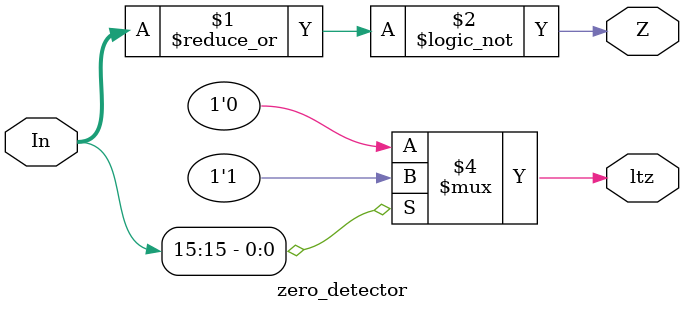
<source format=v>
module zero_detector(In, Z, ltz);

	input [15:0] In;
  output ltz; // less than zero
	output Z;

	assign Z = ~|In; 
  //assign Z = (In === 16'h0000) ? 1'b1 : 1'b0;
  assign ltz = (In[15] == 1) ? 1'b1 : 1'b0;

endmodule

</source>
